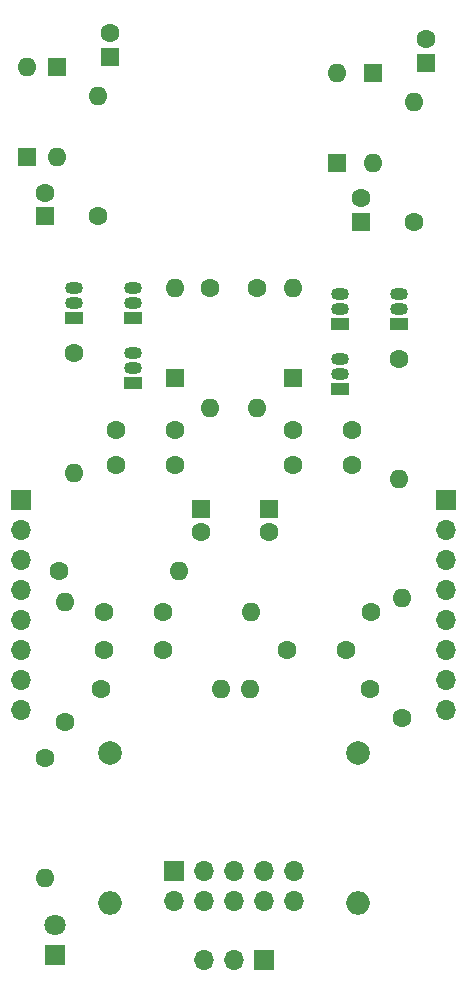
<source format=gbs>
G04 #@! TF.GenerationSoftware,KiCad,Pcbnew,(6.0.1)*
G04 #@! TF.CreationDate,2022-02-07T17:43:10+01:00*
G04 #@! TF.ProjectId,Snare+Hihat,536e6172-652b-4486-9968-61742e6b6963,rev?*
G04 #@! TF.SameCoordinates,Original*
G04 #@! TF.FileFunction,Soldermask,Bot*
G04 #@! TF.FilePolarity,Negative*
%FSLAX46Y46*%
G04 Gerber Fmt 4.6, Leading zero omitted, Abs format (unit mm)*
G04 Created by KiCad (PCBNEW (6.0.1)) date 2022-02-07 17:43:10*
%MOMM*%
%LPD*%
G01*
G04 APERTURE LIST*
%ADD10R,1.600000X1.600000*%
%ADD11C,1.600000*%
%ADD12O,1.600000X1.600000*%
%ADD13C,2.000000*%
%ADD14O,2.000000X2.000000*%
%ADD15R,1.700000X1.700000*%
%ADD16O,1.700000X1.700000*%
%ADD17R,1.500000X1.050000*%
%ADD18O,1.500000X1.050000*%
%ADD19R,1.800000X1.800000*%
%ADD20C,1.800000*%
G04 APERTURE END LIST*
D10*
X60750000Y-75000000D03*
D11*
X60750000Y-73000000D03*
D10*
X66250000Y-61500000D03*
D11*
X66250000Y-59500000D03*
X55000000Y-92590000D03*
X60000000Y-92590000D03*
X55000000Y-95590000D03*
X60000000Y-95590000D03*
X54500000Y-111250000D03*
X59500000Y-111250000D03*
D10*
X39500000Y-61000000D03*
D11*
X39500000Y-59000000D03*
X45000000Y-92590000D03*
X40000000Y-92590000D03*
X45000000Y-95590000D03*
X40000000Y-95590000D03*
X39000000Y-111250000D03*
X44000000Y-111250000D03*
X44000000Y-108000000D03*
X39000000Y-108000000D03*
D10*
X58750000Y-70000000D03*
D12*
X58750000Y-62380000D03*
D10*
X61750000Y-62380000D03*
D12*
X61750000Y-70000000D03*
D10*
X55000000Y-88210000D03*
D12*
X55000000Y-80590000D03*
D10*
X32500000Y-69500000D03*
D12*
X32500000Y-61880000D03*
D10*
X35000000Y-61880000D03*
D12*
X35000000Y-69500000D03*
D13*
X39500000Y-119960000D03*
D14*
X39500000Y-132660000D03*
D13*
X60500000Y-119960000D03*
D14*
X60500000Y-132660000D03*
D15*
X68000000Y-98500000D03*
D16*
X68000000Y-101040000D03*
X68000000Y-103580000D03*
X68000000Y-106120000D03*
X68000000Y-108660000D03*
X68000000Y-111200000D03*
X68000000Y-113740000D03*
X68000000Y-116280000D03*
D15*
X32000000Y-98500000D03*
D16*
X32000000Y-101040000D03*
X32000000Y-103580000D03*
X32000000Y-106120000D03*
X32000000Y-108660000D03*
X32000000Y-111200000D03*
X32000000Y-113740000D03*
X32000000Y-116280000D03*
D17*
X64000000Y-83630000D03*
D18*
X64000000Y-82360000D03*
X64000000Y-81090000D03*
D17*
X59000000Y-83590000D03*
D18*
X59000000Y-82320000D03*
X59000000Y-81050000D03*
D17*
X59000000Y-89090000D03*
D18*
X59000000Y-87820000D03*
X59000000Y-86550000D03*
D17*
X36500000Y-83130000D03*
D18*
X36500000Y-81860000D03*
X36500000Y-80590000D03*
D17*
X41500000Y-83130000D03*
D18*
X41500000Y-81860000D03*
X41500000Y-80590000D03*
D17*
X41500000Y-88630000D03*
D18*
X41500000Y-87360000D03*
X41500000Y-86090000D03*
D11*
X65250000Y-75000000D03*
D12*
X65250000Y-64840000D03*
D11*
X64000000Y-86590000D03*
D12*
X64000000Y-96750000D03*
D11*
X52000000Y-80590000D03*
D12*
X52000000Y-90750000D03*
D11*
X64250000Y-117000000D03*
D12*
X64250000Y-106840000D03*
D11*
X34000000Y-120340000D03*
D12*
X34000000Y-130500000D03*
D11*
X61580000Y-108000000D03*
D12*
X51420000Y-108000000D03*
D11*
X38500000Y-74500000D03*
D12*
X38500000Y-64340000D03*
D11*
X36500000Y-86090000D03*
D12*
X36500000Y-96250000D03*
D11*
X48000000Y-80590000D03*
D12*
X48000000Y-90750000D03*
D11*
X35750000Y-117330000D03*
D12*
X35750000Y-107170000D03*
D11*
X35170000Y-104500000D03*
D12*
X45330000Y-104500000D03*
D10*
X34000000Y-74500000D03*
D11*
X34000000Y-72500000D03*
D10*
X47250000Y-99250000D03*
D11*
X47250000Y-101250000D03*
D10*
X45000000Y-88210000D03*
D12*
X45000000Y-80590000D03*
D10*
X53000000Y-99250000D03*
D11*
X53000000Y-101250000D03*
X38800000Y-114500000D03*
D12*
X48960000Y-114500000D03*
D11*
X61500000Y-114500000D03*
D12*
X51340000Y-114500000D03*
D15*
X52525000Y-137500000D03*
D16*
X49985000Y-137500000D03*
X47445000Y-137500000D03*
D19*
X34880000Y-137040000D03*
D20*
X34880000Y-134500000D03*
D15*
X44920000Y-129960000D03*
D16*
X44920000Y-132500000D03*
X47460000Y-129960000D03*
X47460000Y-132500000D03*
X50000000Y-129960000D03*
X50000000Y-132500000D03*
X52540000Y-129960000D03*
X52540000Y-132500000D03*
X55080000Y-129960000D03*
X55080000Y-132500000D03*
M02*

</source>
